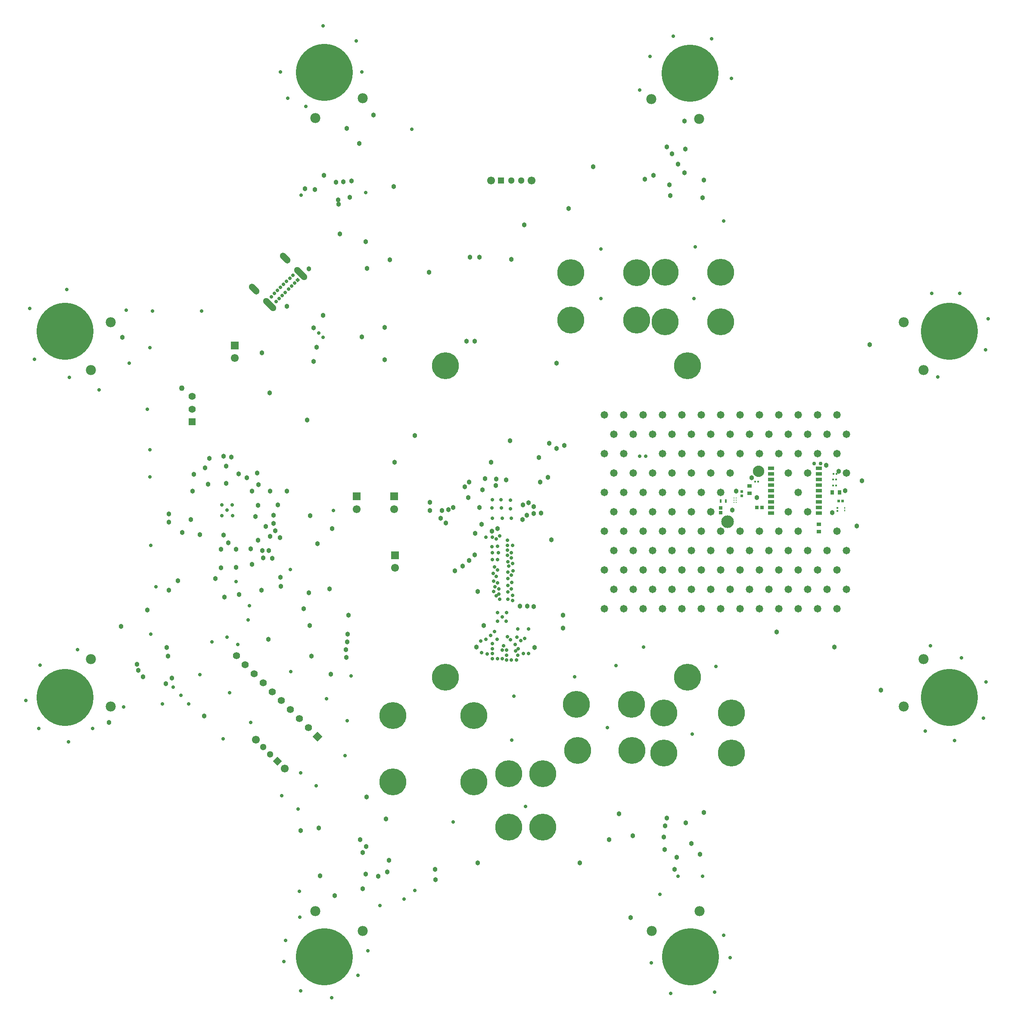
<source format=gbs>
G04*
G04 #@! TF.GenerationSoftware,Altium Limited,Altium Designer,25.8.1 (18)*
G04*
G04 Layer_Color=16711935*
%FSLAX44Y44*%
%MOMM*%
G71*
G04*
G04 #@! TF.SameCoordinates,1528484A-2012-41B0-BD13-40F79D6D187F*
G04*
G04*
G04 #@! TF.FilePolarity,Negative*
G04*
G01*
G75*
%ADD19R,0.6500X0.9000*%
%ADD22R,0.9000X0.6500*%
%ADD23R,0.2627X0.3541*%
%ADD46R,0.6725X0.7154*%
%ADD62R,0.7154X0.6725*%
%ADD84R,0.5153X0.4725*%
%ADD92C,2.2352*%
G04:AMPARAMS|DCode=109|XSize=1.3mm|YSize=2.5mm|CornerRadius=0.65mm|HoleSize=0mm|Usage=FLASHONLY|Rotation=225.000|XOffset=0mm|YOffset=0mm|HoleType=Round|Shape=RoundedRectangle|*
%AMROUNDEDRECTD109*
21,1,1.3000,1.2000,0,0,225.0*
21,1,0.0000,2.5000,0,0,225.0*
1,1,1.3000,-0.4243,0.4243*
1,1,1.3000,-0.4243,0.4243*
1,1,1.3000,0.4243,-0.4243*
1,1,1.3000,0.4243,-0.4243*
%
%ADD109ROUNDEDRECTD109*%
%ADD119C,1.3000*%
%ADD120R,1.3000X1.3000*%
%ADD121C,1.5500*%
%ADD122C,5.2832*%
%ADD123P,0.9900X4X270.0*%
%ADD124C,0.7000*%
%ADD125R,1.4000X1.4000*%
%ADD126C,1.4000*%
%ADD127C,2.4892*%
G04:AMPARAMS|DCode=128|XSize=1.3mm|YSize=3.2mm|CornerRadius=0.65mm|HoleSize=0mm|Usage=FLASHONLY|Rotation=225.000|XOffset=0mm|YOffset=0mm|HoleType=Round|Shape=RoundedRectangle|*
%AMROUNDEDRECTD128*
21,1,1.3000,1.9000,0,0,225.0*
21,1,0.0000,3.2000,0,0,225.0*
1,1,1.3000,-0.6718,0.6718*
1,1,1.3000,-0.6718,0.6718*
1,1,1.3000,0.6718,-0.6718*
1,1,1.3000,0.6718,-0.6718*
%
%ADD128ROUNDEDRECTD128*%
G04:AMPARAMS|DCode=129|XSize=0.7mm|YSize=1.6mm|CornerRadius=0.35mm|HoleSize=0mm|Usage=FLASHONLY|Rotation=225.000|XOffset=0mm|YOffset=0mm|HoleType=Round|Shape=RoundedRectangle|*
%AMROUNDEDRECTD129*
21,1,0.7000,0.9000,0,0,225.0*
21,1,0.0000,1.6000,0,0,225.0*
1,1,0.7000,-0.3182,0.3182*
1,1,0.7000,-0.3182,0.3182*
1,1,0.7000,0.3182,-0.3182*
1,1,0.7000,0.3182,-0.3182*
%
%ADD129ROUNDEDRECTD129*%
%ADD130P,1.8385X4X180.0*%
%ADD131P,1.9799X4X360.0*%
%ADD132R,1.5500X1.5500*%
%ADD133C,1.1000*%
%ADD134C,0.7112*%
%ADD135C,0.7366*%
%ADD136C,0.7620*%
%ADD137C,0.9652*%
%ADD138C,1.4732*%
%ADD139C,11.2032*%
%ADD140C,1.9812*%
%ADD214R,1.1810X0.7874*%
%ADD215R,0.4541X0.3627*%
%ADD218R,0.2500X0.2500*%
%ADD219R,0.3627X0.4541*%
%ADD220R,0.4100X0.6600*%
%ADD221R,0.5708X0.6108*%
D19*
X1834410Y1714500D02*
D03*
X1819910D02*
D03*
D22*
X1657350Y1712700D02*
D03*
X1793240Y1637400D02*
D03*
X1657350Y1727200D02*
D03*
X1793240Y1651900D02*
D03*
D23*
X1844040Y1678934D02*
D03*
Y1684020D02*
D03*
D46*
X1600200Y1674449D02*
D03*
Y1684020D02*
D03*
D62*
X1671909Y1685290D02*
D03*
X1681480D02*
D03*
D84*
X1840206Y1697990D02*
D03*
X1832634D02*
D03*
D92*
X1675130Y1756410D02*
D03*
D109*
X683350Y2114326D02*
D03*
X744444Y2175420D02*
D03*
D119*
X1188720Y2327910D02*
D03*
X1208720D02*
D03*
X700868Y1214292D02*
D03*
X715010Y1200150D02*
D03*
D120*
X1168720Y2327910D02*
D03*
D121*
X1148720D02*
D03*
X1228720D02*
D03*
X645160Y1978660D02*
D03*
X743294Y1171866D02*
D03*
X686726Y1228434D02*
D03*
X885190Y1681880D02*
D03*
X959020Y1681680D02*
D03*
X960120Y1566310D02*
D03*
D122*
X1490980Y2147570D02*
D03*
Y2049780D02*
D03*
X1305560Y2053590D02*
D03*
Y2146300D02*
D03*
X1435100D02*
D03*
Y2053590D02*
D03*
X1600200Y2049780D02*
D03*
Y2147570D02*
D03*
X1621790Y1202690D02*
D03*
Y1281430D02*
D03*
X1488440D02*
D03*
Y1202690D02*
D03*
X1250950Y1162050D02*
D03*
Y1056640D02*
D03*
X1183640D02*
D03*
Y1162050D02*
D03*
X1319530Y1207770D02*
D03*
X1426210D02*
D03*
X1424940Y1297940D02*
D03*
X1316990D02*
D03*
X1115060Y1276350D02*
D03*
Y1145540D02*
D03*
X956310D02*
D03*
Y1276350D02*
D03*
X1535430Y1351280D02*
D03*
X1059180D02*
D03*
X1535430Y1963420D02*
D03*
X1059180D02*
D03*
D123*
X768875Y2131968D02*
D03*
D124*
X726802Y2089895D02*
D03*
X756854Y2119947D02*
D03*
X750844Y2113937D02*
D03*
X744833Y2107926D02*
D03*
X738823Y2101916D02*
D03*
X717256Y2099441D02*
D03*
X723266Y2105452D02*
D03*
X729277Y2111462D02*
D03*
X735287Y2117472D02*
D03*
X741298Y2123483D02*
D03*
X747308Y2129493D02*
D03*
X753318Y2135504D02*
D03*
X759329Y2141514D02*
D03*
X732812Y2095906D02*
D03*
X762864Y2125958D02*
D03*
D125*
X561510Y1853330D02*
D03*
D126*
X648416Y1393744D02*
D03*
X789838Y1252322D02*
D03*
X772160Y1270000D02*
D03*
X754482Y1287678D02*
D03*
X736805Y1305355D02*
D03*
X719127Y1323033D02*
D03*
X701449Y1340711D02*
D03*
X683772Y1358388D02*
D03*
X666094Y1376066D02*
D03*
X561510Y1903330D02*
D03*
Y1878330D02*
D03*
D127*
X1614170Y1657350D02*
D03*
D128*
X774850Y2145014D02*
D03*
X713756Y2083920D02*
D03*
D129*
X745505Y2174359D02*
D03*
X684411Y2113265D02*
D03*
D130*
X729152Y1186008D02*
D03*
D131*
X807515Y1234645D02*
D03*
D132*
X645160Y2003660D02*
D03*
X885190Y1706880D02*
D03*
X959020Y1706680D02*
D03*
X960120Y1591310D02*
D03*
D133*
X541510Y1919330D02*
D03*
D134*
X1564640Y960120D02*
D03*
X1516380D02*
D03*
X2002790Y1245870D02*
D03*
X2059940Y1226820D02*
D03*
X2117090Y1271270D02*
D03*
X2122170Y1342390D02*
D03*
X2073910Y1389380D02*
D03*
X2012950Y1413510D02*
D03*
X2026920Y1941830D02*
D03*
X2120900Y1995170D02*
D03*
X2125980Y2056130D02*
D03*
X2070100Y2105660D02*
D03*
X2015490D02*
D03*
X1550670Y2197100D02*
D03*
X1365250Y2193290D02*
D03*
X1548130Y2095500D02*
D03*
X1365250D02*
D03*
X1606550Y2247900D02*
D03*
X1621790Y2528570D02*
D03*
X1582420Y2606040D02*
D03*
X1507490Y2611120D02*
D03*
X1461770Y2571750D02*
D03*
X1441450Y2505710D02*
D03*
X993140Y2428240D02*
D03*
X895350Y2541270D02*
D03*
X883920Y2602230D02*
D03*
X819150Y2631440D02*
D03*
X735330Y2541270D02*
D03*
X749300Y2489200D02*
D03*
X775970Y2298700D02*
D03*
X902970Y2303780D02*
D03*
X785199Y2473060D02*
D03*
X839470Y1678940D02*
D03*
X754380Y1563370D02*
D03*
X1449070Y1410970D02*
D03*
X1591310Y1372870D02*
D03*
X1313180Y1352550D02*
D03*
X1394460Y1374140D02*
D03*
X1193800Y1314450D02*
D03*
X1189990Y1228090D02*
D03*
X1544320Y1239520D02*
D03*
X1377950Y1252220D02*
D03*
X1216660Y1097280D02*
D03*
X1606550Y844550D02*
D03*
X1619250Y800100D02*
D03*
X1588770Y732790D02*
D03*
X1502410Y730250D02*
D03*
X1464310Y789940D02*
D03*
X1074420Y1066800D02*
D03*
X999490Y932180D02*
D03*
X930910Y902970D02*
D03*
X977900Y915670D02*
D03*
X906780Y814070D02*
D03*
X887730Y765810D02*
D03*
X835660Y721360D02*
D03*
X774700Y735330D02*
D03*
X741680Y792480D02*
D03*
X745490Y834390D02*
D03*
X772160Y930910D02*
D03*
X773430Y880110D02*
D03*
X825500Y1309370D02*
D03*
X873760Y1353820D02*
D03*
X755650Y1362710D02*
D03*
X647700Y1539240D02*
D03*
X674370Y1492250D02*
D03*
X671830Y1464310D02*
D03*
X651510Y1416050D02*
D03*
X629920Y1430020D02*
D03*
X600710Y1421130D02*
D03*
X576580Y1356360D02*
D03*
X635000Y1320800D02*
D03*
X676910Y1262380D02*
D03*
X866140Y1266190D02*
D03*
X862330Y1197610D02*
D03*
X805180Y1137920D02*
D03*
X774700Y1163320D02*
D03*
X769620Y1092200D02*
D03*
X737870Y1118870D02*
D03*
X622300Y1230630D02*
D03*
X524510Y1332230D02*
D03*
X554990Y1299210D02*
D03*
X539750Y1315720D02*
D03*
X336550Y1405890D02*
D03*
X262890Y1375410D02*
D03*
X234950Y1305560D02*
D03*
X260350Y1250950D02*
D03*
X318770Y1224280D02*
D03*
X365760Y1250950D02*
D03*
X426720Y1292860D02*
D03*
X502920Y1299210D02*
D03*
X480060Y1436370D02*
D03*
X490220Y1529080D02*
D03*
X480060Y1610360D02*
D03*
X478790Y1744980D02*
D03*
X473710Y1878330D02*
D03*
X478790Y1798320D02*
D03*
X580390Y2071370D02*
D03*
X438150Y1968500D02*
D03*
X478790Y1998980D02*
D03*
X483870Y2071370D02*
D03*
X378460Y1916430D02*
D03*
X320040Y1940560D02*
D03*
X251460Y1976120D02*
D03*
X242570Y2076450D02*
D03*
X314960Y2113280D02*
D03*
X431800Y2072640D02*
D03*
X1452880Y1785620D02*
D03*
X1441450D02*
D03*
X1480820Y924560D02*
D03*
X1191260Y1610360D02*
D03*
X1181100D02*
D03*
Y1601470D02*
D03*
X1165860Y1629410D02*
D03*
X1181100Y1620520D02*
D03*
X1188720Y1596390D02*
D03*
Y1586230D02*
D03*
X1181100Y1591310D02*
D03*
X1182370Y1578610D02*
D03*
X1223010Y1446530D02*
D03*
X1201420D02*
D03*
X1200150Y1430020D02*
D03*
X1223010Y1398270D02*
D03*
X1215390Y1427480D02*
D03*
X1207770Y1423670D02*
D03*
X1196340Y1416050D02*
D03*
X1202690Y1407160D02*
D03*
X1212850Y1398270D02*
D03*
X1201420Y1394460D02*
D03*
X1197610Y1403350D02*
D03*
X1198880Y1385570D02*
D03*
X1191260Y1574800D02*
D03*
X1192530Y1560830D02*
D03*
X1183640Y1569720D02*
D03*
X1188720Y1551940D02*
D03*
X1191260Y1512570D02*
D03*
Y1502410D02*
D03*
X1189990Y1537970D02*
D03*
X1188720Y1525270D02*
D03*
X1182370Y1531620D02*
D03*
Y1518920D02*
D03*
Y1558290D02*
D03*
Y1545590D02*
D03*
Y1504950D02*
D03*
X1164590Y1515110D02*
D03*
X1165860Y1504950D02*
D03*
X1181100Y1431290D02*
D03*
X1187450Y1424940D02*
D03*
X1173480Y1413510D02*
D03*
X1179830Y1404620D02*
D03*
Y1385570D02*
D03*
X1188720D02*
D03*
X1179830Y1394460D02*
D03*
X1170940Y1388110D02*
D03*
Y1404620D02*
D03*
X1163320Y1596390D02*
D03*
X1162050Y1582420D02*
D03*
X1159510Y1623060D02*
D03*
X1162050Y1609090D02*
D03*
Y1562100D02*
D03*
X1159510Y1549400D02*
D03*
X1155700Y1568450D02*
D03*
X1153160Y1555750D02*
D03*
X1151890Y1626870D02*
D03*
X1150620Y1607820D02*
D03*
X1151890Y1596390D02*
D03*
Y1582420D02*
D03*
X1162050Y1536700D02*
D03*
X1164590Y1525270D02*
D03*
X1156970Y1529080D02*
D03*
X1159510Y1511300D02*
D03*
X1155700Y1441450D02*
D03*
X1160780Y1426210D02*
D03*
X1154430Y1540510D02*
D03*
Y1520190D02*
D03*
X1148080Y1433830D02*
D03*
X1139190Y1626870D02*
D03*
Y1426210D02*
D03*
X1129030Y1422400D02*
D03*
X1151890Y1407160D02*
D03*
Y1398270D02*
D03*
Y1417320D02*
D03*
X1130300Y1399540D02*
D03*
X1151890Y1388110D02*
D03*
X1162050D02*
D03*
X1141730Y1397000D02*
D03*
X819150Y2019300D02*
D03*
X810465Y2027985D02*
D03*
D135*
X1188720Y1663700D02*
D03*
X1170940D02*
D03*
X1151890D02*
D03*
X1179830Y1478280D02*
D03*
X1162050D02*
D03*
X1170813Y1469950D02*
D03*
X1178560Y1461770D02*
D03*
X1162050D02*
D03*
X1187450Y1699260D02*
D03*
X1168400Y1700530D02*
D03*
X1151890D02*
D03*
X1187450Y1682750D02*
D03*
X1169670Y1684020D02*
D03*
X1150620D02*
D03*
X641350Y1668780D02*
D03*
X619760D02*
D03*
X629920Y1680210D02*
D03*
X640080Y1690370D02*
D03*
X619760D02*
D03*
D136*
X1784350Y1771650D02*
D03*
X1797050D02*
D03*
D137*
X1893549Y2004714D02*
D03*
X1807513Y1768143D02*
D03*
X1832610Y1755907D02*
D03*
X1529080Y2444750D02*
D03*
X1516380Y2359660D02*
D03*
X1845310Y1718310D02*
D03*
X1671320Y1704340D02*
D03*
X1661160Y1743710D02*
D03*
X1630680Y1717040D02*
D03*
X1350190Y2354580D02*
D03*
X1451610Y2330450D02*
D03*
X1277620Y1968500D02*
D03*
X1188720Y2172970D02*
D03*
X1260727Y1744260D02*
D03*
X1186180Y1816100D02*
D03*
X1819910Y1675130D02*
D03*
X1623060Y1680210D02*
D03*
X1823720Y1410970D02*
D03*
X1915160Y1325920D02*
D03*
X1543050Y1024890D02*
D03*
X1488440Y1037590D02*
D03*
X1400810Y1083310D02*
D03*
X1380708Y1032292D02*
D03*
X1510030Y974090D02*
D03*
X1247140Y1673860D02*
D03*
X1267460Y1621790D02*
D03*
X1290320Y1473200D02*
D03*
X1234440Y1409700D02*
D03*
X957580Y2316142D02*
D03*
X949960Y2171700D02*
D03*
X1027610Y2147390D02*
D03*
X905256Y2154936D02*
D03*
X865277Y2429917D02*
D03*
X1137420Y1742088D02*
D03*
X1116766Y2011680D02*
D03*
X1101090D02*
D03*
X999490Y1826260D02*
D03*
X1028700Y1695450D02*
D03*
X940240Y1975290D02*
D03*
X820420Y2338070D02*
D03*
X800100Y1972310D02*
D03*
X787400Y1856740D02*
D03*
X713740Y1910080D02*
D03*
X424180Y2019300D02*
D03*
X628650Y1766570D02*
D03*
X586740Y1762760D02*
D03*
X715010Y1717040D02*
D03*
X730250Y1690370D02*
D03*
X793750Y1668780D02*
D03*
X721950Y1669460D02*
D03*
X562610Y1717040D02*
D03*
X1117600Y1634413D02*
D03*
X1134319Y1452878D02*
D03*
X792480Y1452880D02*
D03*
X1120140Y1410480D02*
D03*
X948690Y991870D02*
D03*
X896990Y935620D02*
D03*
X863600Y1405890D02*
D03*
X796290Y1393190D02*
D03*
X734060Y1625600D02*
D03*
X542293Y1635760D02*
D03*
X576580Y1631950D02*
D03*
X690880Y1620520D02*
D03*
X647700Y1567180D02*
D03*
X618490Y1566101D02*
D03*
X774700Y1050290D02*
D03*
X697837Y1522730D02*
D03*
X515620D02*
D03*
X711245Y1426165D02*
D03*
X511804Y1409700D02*
D03*
X421788Y1451400D02*
D03*
X398428Y1262380D02*
D03*
X1710690Y1440180D02*
D03*
X1301396Y2272384D02*
D03*
X1564640Y2293659D02*
D03*
X1530701Y2389816D02*
D03*
X1567180Y2328360D02*
D03*
X1501636Y2298204D02*
D03*
X1423670Y878840D02*
D03*
X852355Y2222315D02*
D03*
X904240Y1116330D02*
D03*
X1122680Y986790D02*
D03*
X942340Y1073150D02*
D03*
X1038860Y974090D02*
D03*
X802640Y2310130D02*
D03*
X918063Y2456327D02*
D03*
X521771Y1349811D02*
D03*
X509821Y1338580D02*
D03*
X849630Y2280920D02*
D03*
X690880Y1689100D02*
D03*
X1427480Y1040130D02*
D03*
X1531620Y1065530D02*
D03*
X890270Y2400300D02*
D03*
X810260Y1055370D02*
D03*
X618490Y1602740D02*
D03*
X558800Y1661160D02*
D03*
X647700Y1602930D02*
D03*
X676910Y1604010D02*
D03*
X679450Y1717040D02*
D03*
X593090Y1731004D02*
D03*
X565150Y1750060D02*
D03*
X685800Y1666939D02*
D03*
X514350Y1393190D02*
D03*
X1107440Y2176780D02*
D03*
X1868170Y1648460D02*
D03*
X628650Y1732280D02*
D03*
X1126490Y2176780D02*
D03*
X959597Y1774190D02*
D03*
X1290320Y1447800D02*
D03*
X1245668Y1734596D02*
D03*
X1878330Y1737360D02*
D03*
X1132419Y1719353D02*
D03*
X1130427Y1652188D02*
D03*
X533865Y1541315D02*
D03*
X1028700Y1678940D02*
D03*
X1210984Y1661160D02*
D03*
X836930Y1643380D02*
D03*
X807720Y1614170D02*
D03*
X1162050Y1643380D02*
D03*
X1151193Y1638042D02*
D03*
X1233170Y1686560D02*
D03*
X1223010Y1694550D02*
D03*
X1219238Y1669806D02*
D03*
X1211624Y1690052D02*
D03*
X1052830Y1678940D02*
D03*
X1126523Y1685313D02*
D03*
X1097503Y1725457D02*
D03*
X1106170Y1734820D02*
D03*
X1149418Y1774121D02*
D03*
X652780Y1751330D02*
D03*
X669290Y1743710D02*
D03*
X871220Y2294890D02*
D03*
X848450Y2289900D02*
D03*
X1504950Y2379980D02*
D03*
X1494835Y2393905D02*
D03*
X903785Y1018540D02*
D03*
X896620Y1007110D02*
D03*
X473710Y1483360D02*
D03*
X453390Y1376680D02*
D03*
X632460Y1615440D02*
D03*
X455930Y1365250D02*
D03*
X654050Y1513840D02*
D03*
X465099Y1352271D02*
D03*
X939800Y2038805D02*
D03*
X902970Y2207260D02*
D03*
X800100Y2038350D02*
D03*
X806450Y2000250D02*
D03*
X748030Y2080688D02*
D03*
X698500Y1988820D02*
D03*
X692150Y1729740D02*
D03*
X689610Y1752600D02*
D03*
X725170Y1639570D02*
D03*
X712470Y1600200D02*
D03*
X718820Y1584960D02*
D03*
X1233170Y1673370D02*
D03*
X1074918Y1685372D02*
D03*
X1040130Y953770D02*
D03*
X1567180Y1085850D02*
D03*
X1529080Y2343150D02*
D03*
X783590Y2311400D02*
D03*
X1499870Y2319020D02*
D03*
X1214120Y2240280D02*
D03*
X858520Y2325370D02*
D03*
X515620Y1656080D02*
D03*
X624840Y1508760D02*
D03*
X515620Y1672590D02*
D03*
X891540Y1032510D02*
D03*
X844550Y2324100D02*
D03*
X1468120Y2338070D02*
D03*
X1323340Y986790D02*
D03*
X927100Y960120D02*
D03*
X902598Y964828D02*
D03*
X1494590Y1074243D02*
D03*
X1490948Y1059180D02*
D03*
X1103984Y1704354D02*
D03*
X1064988Y1680370D02*
D03*
X1060414Y1654809D02*
D03*
X1049739Y1664204D02*
D03*
X1122874Y1519723D02*
D03*
X1078230Y1560830D02*
D03*
X1093470Y1569904D02*
D03*
X1106170Y1581150D02*
D03*
X1117007Y1591673D02*
D03*
X1178560Y1738996D02*
D03*
X1243330Y1783080D02*
D03*
X1220470Y1490980D02*
D03*
X1205859Y1490758D02*
D03*
X1292860Y1807120D02*
D03*
X1277438Y1800677D02*
D03*
X1263650Y1811020D02*
D03*
X1158240Y1728470D02*
D03*
X1159510Y1741170D02*
D03*
X1233126Y1490218D02*
D03*
X841912Y922118D02*
D03*
X868680Y1473200D02*
D03*
X781050Y1485900D02*
D03*
X833959Y1357199D02*
D03*
X831850Y1525270D02*
D03*
X791210Y1517650D02*
D03*
X864870Y1390650D02*
D03*
X866140Y1421130D02*
D03*
X867410Y1436370D02*
D03*
X585470Y1275080D02*
D03*
X748030Y1717040D02*
D03*
X735330Y1548130D02*
D03*
X735926Y1529676D02*
D03*
X679495Y1573575D02*
D03*
X638810Y1784350D02*
D03*
X623570Y1785620D02*
D03*
X895350Y2020570D02*
D03*
X819150Y2062480D02*
D03*
X791210Y2153920D02*
D03*
X607060Y1545590D02*
D03*
X721360Y1653540D02*
D03*
X706120Y1647825D02*
D03*
X595630Y1781810D02*
D03*
X715010Y1628140D02*
D03*
X701040Y1586230D02*
D03*
X699770Y1600200D02*
D03*
X623570Y1630680D02*
D03*
X812800Y961390D02*
D03*
X944880Y969010D02*
D03*
X875030Y2326640D02*
D03*
X1559560Y1003300D02*
D03*
X1513840Y997536D02*
D03*
X1490149Y1012386D02*
D03*
D138*
X1790700Y1866900D02*
D03*
X1847850Y1828800D02*
D03*
X1828800Y1790700D02*
D03*
Y1866900D02*
D03*
X1809750Y1828800D02*
D03*
X1752600Y1866900D02*
D03*
X1771650Y1828800D02*
D03*
X1714500Y1866900D02*
D03*
X1733550Y1828800D02*
D03*
X1752600Y1790700D02*
D03*
X1790700D02*
D03*
X1714500D02*
D03*
X1733550Y1752600D02*
D03*
X1771650D02*
D03*
X1562100Y1866900D02*
D03*
X1600200D02*
D03*
X1524000D02*
D03*
X1676400D02*
D03*
X1657350Y1828800D02*
D03*
X1638300Y1866900D02*
D03*
X1619250Y1828800D02*
D03*
X1695450D02*
D03*
X1676400Y1790700D02*
D03*
X1638300D02*
D03*
X1619250Y1752600D02*
D03*
X1543050Y1828800D02*
D03*
X1581150D02*
D03*
X1504950D02*
D03*
X1524000Y1790700D02*
D03*
X1600200D02*
D03*
X1581150Y1752600D02*
D03*
X1562100Y1790700D02*
D03*
X1543050Y1752600D02*
D03*
X1847850D02*
D03*
X1752600Y1714500D02*
D03*
X1562100D02*
D03*
X1504950Y1752600D02*
D03*
X1524000Y1714500D02*
D03*
X1600200D02*
D03*
X1485900Y1866900D02*
D03*
X1447800D02*
D03*
X1371600D02*
D03*
X1409700D02*
D03*
X1466850Y1828800D02*
D03*
X1485900Y1790700D02*
D03*
X1428750Y1828800D02*
D03*
X1409700Y1790700D02*
D03*
X1466850Y1752600D02*
D03*
X1428750D02*
D03*
X1390650Y1828800D02*
D03*
Y1752600D02*
D03*
X1371600Y1790700D02*
D03*
Y1714500D02*
D03*
X1447800D02*
D03*
X1485900D02*
D03*
X1409700D02*
D03*
X1733550Y1676400D02*
D03*
X1771650D02*
D03*
X1714500Y1638300D02*
D03*
X1676400D02*
D03*
X1828800D02*
D03*
X1847850Y1600200D02*
D03*
X1771650D02*
D03*
X1809750D02*
D03*
X1828800Y1562100D02*
D03*
X1847850Y1524000D02*
D03*
X1752600Y1562100D02*
D03*
X1790700D02*
D03*
X1752600Y1638300D02*
D03*
X1733550Y1600200D02*
D03*
X1657350D02*
D03*
X1695450D02*
D03*
X1714500Y1562100D02*
D03*
X1695450Y1524000D02*
D03*
X1638300Y1562100D02*
D03*
X1676400D02*
D03*
X1543050Y1676400D02*
D03*
X1581150D02*
D03*
X1600200Y1638300D02*
D03*
X1638300D02*
D03*
X1524000D02*
D03*
X1562100D02*
D03*
X1466850Y1676400D02*
D03*
X1504950D02*
D03*
X1390650D02*
D03*
X1428750D02*
D03*
X1447800Y1638300D02*
D03*
X1485900D02*
D03*
X1409700D02*
D03*
X1390650Y1600200D02*
D03*
X1581150D02*
D03*
X1619250D02*
D03*
X1543050D02*
D03*
X1562100Y1562100D02*
D03*
X1600200D02*
D03*
X1524000D02*
D03*
X1543050Y1524000D02*
D03*
X1466850Y1600200D02*
D03*
X1504950D02*
D03*
X1428750D02*
D03*
X1409700Y1562100D02*
D03*
X1447800D02*
D03*
X1485900D02*
D03*
X1390650Y1524000D02*
D03*
X1428750D02*
D03*
X1771650D02*
D03*
X1809750D02*
D03*
X1733550D02*
D03*
X1752600Y1485900D02*
D03*
X1828800D02*
D03*
X1790700D02*
D03*
X1619250Y1524000D02*
D03*
X1657350D02*
D03*
X1581150D02*
D03*
X1562100Y1485900D02*
D03*
X1676400D02*
D03*
X1714500D02*
D03*
X1600200D02*
D03*
X1638300D02*
D03*
X1504950Y1524000D02*
D03*
X1485900Y1485900D02*
D03*
X1466850Y1524000D02*
D03*
X1447800Y1485900D02*
D03*
X1524000D02*
D03*
X1409700D02*
D03*
X1371600Y1638300D02*
D03*
Y1562100D02*
D03*
Y1485900D02*
D03*
D139*
X821100Y2540437D02*
D03*
X311983Y2031320D02*
D03*
X2050217D02*
D03*
Y1311320D02*
D03*
X1540510Y2538730D02*
D03*
X311983Y1311320D02*
D03*
X821100Y802203D02*
D03*
X1541100D02*
D03*
D140*
X897194Y2489478D02*
D03*
X803327Y2450597D02*
D03*
X362942Y1955226D02*
D03*
X401823Y2049093D02*
D03*
X1999258Y1955226D02*
D03*
X1960377Y2049093D02*
D03*
X1999258Y1387414D02*
D03*
X1960377Y1293547D02*
D03*
X1464417Y2487771D02*
D03*
X1558283Y2448890D02*
D03*
X401823Y1293547D02*
D03*
X362942Y1387414D02*
D03*
X803327Y892043D02*
D03*
X897194Y853162D02*
D03*
X1558873Y892043D02*
D03*
X1465006Y853162D02*
D03*
D214*
X1793431Y1762310D02*
D03*
X1699069Y1696310D02*
D03*
Y1674310D02*
D03*
X1793431Y1674310D02*
D03*
Y1685310D02*
D03*
Y1696310D02*
D03*
Y1707310D02*
D03*
Y1718310D02*
D03*
Y1729310D02*
D03*
Y1740310D02*
D03*
Y1751310D02*
D03*
X1699069Y1762310D02*
D03*
Y1751310D02*
D03*
Y1740310D02*
D03*
Y1729310D02*
D03*
Y1718310D02*
D03*
Y1685310D02*
D03*
Y1707310D02*
D03*
D215*
X1828033Y1751330D02*
D03*
X1827530Y1739900D02*
D03*
Y1728470D02*
D03*
X1667830Y1735456D02*
D03*
X1673916D02*
D03*
X1821947Y1751330D02*
D03*
X1821444Y1739900D02*
D03*
Y1728470D02*
D03*
D218*
X1630680Y1703260D02*
D03*
X1626680Y1695260D02*
D03*
Y1703260D02*
D03*
X1630680Y1699260D02*
D03*
Y1695260D02*
D03*
X1626680Y1699260D02*
D03*
D219*
X1830070Y1677934D02*
D03*
Y1684020D02*
D03*
D220*
X1610360Y1697990D02*
D03*
X1600260D02*
D03*
D221*
X1642110Y1715950D02*
D03*
Y1708150D02*
D03*
M02*

</source>
